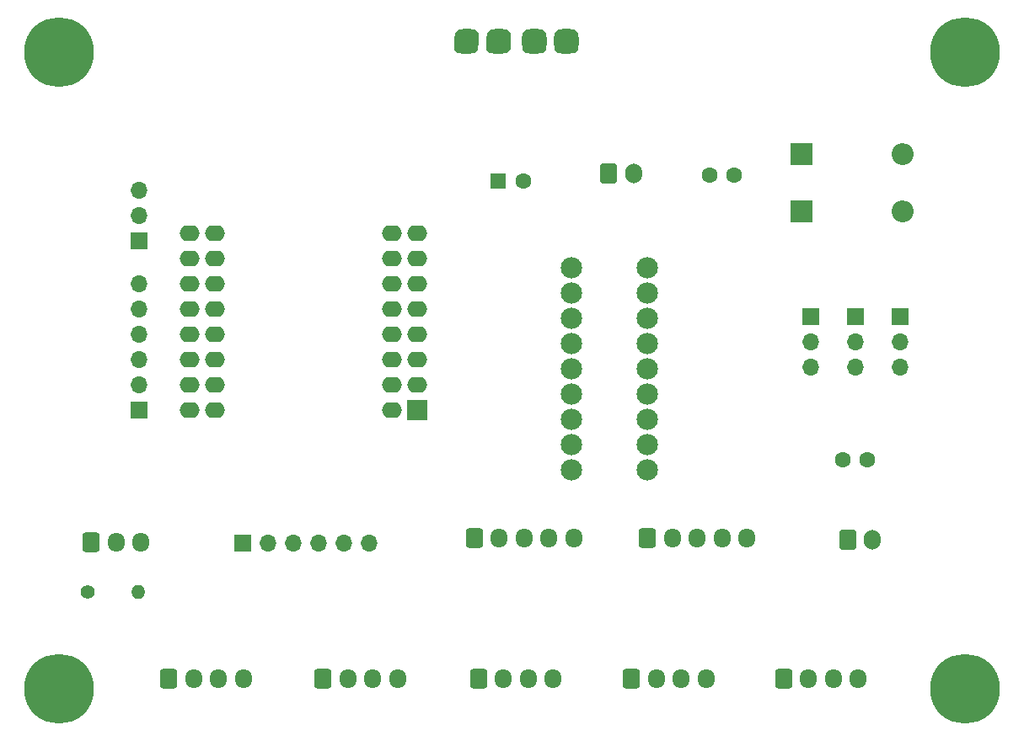
<source format=gbr>
%TF.GenerationSoftware,KiCad,Pcbnew,7.0.8*%
%TF.CreationDate,2024-02-29T15:37:24+01:00*%
%TF.ProjectId,COXY-V2,434f5859-2d56-4322-9e6b-696361645f70,rev?*%
%TF.SameCoordinates,Original*%
%TF.FileFunction,Soldermask,Bot*%
%TF.FilePolarity,Negative*%
%FSLAX46Y46*%
G04 Gerber Fmt 4.6, Leading zero omitted, Abs format (unit mm)*
G04 Created by KiCad (PCBNEW 7.0.8) date 2024-02-29 15:37:24*
%MOMM*%
%LPD*%
G01*
G04 APERTURE LIST*
G04 Aperture macros list*
%AMRoundRect*
0 Rectangle with rounded corners*
0 $1 Rounding radius*
0 $2 $3 $4 $5 $6 $7 $8 $9 X,Y pos of 4 corners*
0 Add a 4 corners polygon primitive as box body*
4,1,4,$2,$3,$4,$5,$6,$7,$8,$9,$2,$3,0*
0 Add four circle primitives for the rounded corners*
1,1,$1+$1,$2,$3*
1,1,$1+$1,$4,$5*
1,1,$1+$1,$6,$7*
1,1,$1+$1,$8,$9*
0 Add four rect primitives between the rounded corners*
20,1,$1+$1,$2,$3,$4,$5,0*
20,1,$1+$1,$4,$5,$6,$7,0*
20,1,$1+$1,$6,$7,$8,$9,0*
20,1,$1+$1,$8,$9,$2,$3,0*%
G04 Aperture macros list end*
%ADD10C,2.134400*%
%ADD11O,2.000000X1.600000*%
%ADD12R,2.000000X2.000000*%
%ADD13O,1.400000X1.400000*%
%ADD14C,1.400000*%
%ADD15RoundRect,0.250000X-0.600000X-0.750000X0.600000X-0.750000X0.600000X0.750000X-0.600000X0.750000X0*%
%ADD16O,1.700000X2.000000*%
%ADD17O,1.700000X1.950000*%
%ADD18RoundRect,0.250000X-0.600000X-0.725000X0.600000X-0.725000X0.600000X0.725000X-0.600000X0.725000X0*%
%ADD19O,1.700000X1.700000*%
%ADD20R,1.700000X1.700000*%
%ADD21C,1.600000*%
%ADD22R,1.600000X1.600000*%
%ADD23C,7.000000*%
%ADD24O,2.200000X2.200000*%
%ADD25R,2.200000X2.200000*%
G04 APERTURE END LIST*
%TO.C,4pad_2*%
G36*
X145007980Y-29669169D02*
G01*
X145796960Y-29737756D01*
X146109409Y-30081921D01*
X146164789Y-30921126D01*
X146164633Y-31016431D01*
X146096046Y-31805411D01*
X145751882Y-32117859D01*
X144912676Y-32173239D01*
X144817372Y-32173083D01*
X144028392Y-32104497D01*
X143715943Y-31760332D01*
X143660563Y-30921126D01*
X143660719Y-30825822D01*
X143729306Y-30036842D01*
X144073470Y-29724394D01*
X144912676Y-29669014D01*
X145007980Y-29669169D01*
G37*
G36*
X148227698Y-29669169D02*
G01*
X149016679Y-29737756D01*
X149329127Y-30081921D01*
X149384507Y-30921126D01*
X149384351Y-31016431D01*
X149315764Y-31805411D01*
X148971600Y-32117859D01*
X148132394Y-32173239D01*
X148037090Y-32173083D01*
X147248110Y-32104497D01*
X146935661Y-31760332D01*
X146880282Y-30921126D01*
X146880437Y-30825822D01*
X146949024Y-30036842D01*
X147293189Y-29724394D01*
X148132394Y-29669014D01*
X148227698Y-29669169D01*
G37*
G36*
X151805163Y-29669169D02*
G01*
X152594143Y-29737756D01*
X152906592Y-30081921D01*
X152961972Y-30921126D01*
X152961816Y-31016431D01*
X152893229Y-31805411D01*
X152549065Y-32117859D01*
X151709859Y-32173239D01*
X151614555Y-32173083D01*
X150825575Y-32104497D01*
X150513126Y-31760332D01*
X150457746Y-30921126D01*
X150457902Y-30825822D01*
X150526489Y-30036842D01*
X150870653Y-29724394D01*
X151709859Y-29669014D01*
X151805163Y-29669169D01*
G37*
G36*
X155024882Y-29669169D02*
G01*
X155813862Y-29737756D01*
X156126310Y-30081921D01*
X156181690Y-30921126D01*
X156181534Y-31016431D01*
X156112948Y-31805411D01*
X155768783Y-32117859D01*
X154929577Y-32173239D01*
X154834273Y-32173083D01*
X154045293Y-32104497D01*
X153732845Y-31760332D01*
X153677465Y-30921126D01*
X153677620Y-30825822D01*
X153746207Y-30036842D01*
X154090372Y-29724394D01*
X154929577Y-29669014D01*
X155024882Y-29669169D01*
G37*
%TD*%
D10*
%TO.C,U1*%
X163100000Y-53680000D03*
X163100000Y-56220000D03*
X163100000Y-58760000D03*
X163100000Y-61300000D03*
X163100000Y-63840000D03*
X163100000Y-66380000D03*
X163100000Y-68920000D03*
X163100000Y-71460000D03*
X163100000Y-74000000D03*
X155480000Y-74000000D03*
X155480000Y-71460000D03*
X155480000Y-68920000D03*
X155480000Y-66380000D03*
X155480000Y-63840000D03*
X155480000Y-61300000D03*
X155480000Y-58760000D03*
X155480000Y-56220000D03*
X155480000Y-53680000D03*
%TD*%
D11*
%TO.C,S2-Mini-ESP32*%
X119680000Y-50220000D03*
X119680000Y-52760000D03*
X119680000Y-55300000D03*
X119680000Y-57840000D03*
X119680000Y-60380000D03*
X119680000Y-62920000D03*
X119680000Y-65460000D03*
X119680000Y-68000000D03*
X117140000Y-50220000D03*
X117140000Y-52760000D03*
X117140000Y-55300000D03*
X117140000Y-57840000D03*
X117140000Y-60380000D03*
X117140000Y-62920000D03*
X117140000Y-65460000D03*
X117140000Y-68000000D03*
X137460000Y-50220000D03*
X137460000Y-52760000D03*
X137460000Y-55300000D03*
X137460000Y-57840000D03*
X137460000Y-60380000D03*
X137460000Y-62920000D03*
X137460000Y-65460000D03*
X137460000Y-68000000D03*
X140000000Y-50220000D03*
X140000000Y-52760000D03*
X140000000Y-55300000D03*
X140000000Y-57840000D03*
X140000000Y-60380000D03*
X140000000Y-62920000D03*
X140000000Y-65460000D03*
D12*
X140000000Y-68000000D03*
%TD*%
D13*
%TO.C,R1*%
X111900000Y-86320000D03*
D14*
X106820000Y-86320000D03*
%TD*%
D15*
%TO.C,POWER*%
X159200000Y-44200000D03*
D16*
X161700000Y-44200000D03*
%TD*%
D17*
%TO.C,M2*%
X155700000Y-80900000D03*
X153200000Y-80900000D03*
X150700000Y-80900000D03*
X148200000Y-80900000D03*
D18*
X145700000Y-80900000D03*
%TD*%
D17*
%TO.C,M1*%
X173100000Y-80900000D03*
X170600000Y-80900000D03*
X168100000Y-80900000D03*
X165600000Y-80900000D03*
D18*
X163100000Y-80900000D03*
%TD*%
D19*
%TO.C,GND*%
X184000000Y-63680000D03*
X184000000Y-61140000D03*
D20*
X184000000Y-58600000D03*
%TD*%
D16*
%TO.C,END_SW*%
X185700000Y-81000000D03*
D15*
X183200000Y-81000000D03*
%TD*%
D17*
%TO.C,DS18D1*%
X112200000Y-81300000D03*
X109700000Y-81300000D03*
D18*
X107200000Y-81300000D03*
%TD*%
D21*
%TO.C,C3 0.1uF*%
X185200000Y-73000000D03*
X182700000Y-73000000D03*
%TD*%
%TO.C,C1 10uF*%
X150600000Y-45000000D03*
D22*
X148100000Y-45000000D03*
%TD*%
D21*
%TO.C,C2 0.1uF*%
X171800000Y-44400000D03*
X169300000Y-44400000D03*
%TD*%
D19*
%TO.C,15 38 40*%
X112000000Y-45945000D03*
X112000000Y-48485000D03*
D20*
X112000000Y-51025000D03*
%TD*%
D19*
%TO.C,9 10 11 12 13 14*%
X135120000Y-81400000D03*
X132580000Y-81400000D03*
X130040000Y-81400000D03*
X127500000Y-81400000D03*
X124960000Y-81400000D03*
D20*
X122420000Y-81400000D03*
%TD*%
D19*
%TO.C,39 37 35 33 18 16*%
X112000000Y-55300000D03*
X112000000Y-57840000D03*
X112000000Y-60380000D03*
X112000000Y-62920000D03*
X112000000Y-65460000D03*
D20*
X112000000Y-68000000D03*
%TD*%
D19*
%TO.C,5V*%
X179500000Y-63665000D03*
X179500000Y-61125000D03*
D20*
X179500000Y-58585000D03*
%TD*%
D19*
%TO.C,3_3V*%
X188500000Y-63680000D03*
X188500000Y-61140000D03*
D20*
X188500000Y-58600000D03*
%TD*%
D17*
%TO.C,I2C_1*%
X122500000Y-95000000D03*
X120000000Y-95000000D03*
X117500000Y-95000000D03*
D18*
X115000000Y-95000000D03*
%TD*%
D23*
%TO.C,H2*%
X195000000Y-32000000D03*
%TD*%
D17*
%TO.C,I2C_5*%
X184250000Y-95000000D03*
X181750000Y-95000000D03*
X179250000Y-95000000D03*
D18*
X176750000Y-95000000D03*
%TD*%
D23*
%TO.C,H3*%
X104000000Y-96000000D03*
%TD*%
%TO.C,H1*%
X104000000Y-32000000D03*
%TD*%
D17*
%TO.C,I2C_2*%
X138000000Y-95000000D03*
X135500000Y-95000000D03*
X133000000Y-95000000D03*
D18*
X130500000Y-95000000D03*
%TD*%
D17*
%TO.C,I2C_4*%
X169000000Y-95000000D03*
X166500000Y-95000000D03*
X164000000Y-95000000D03*
D18*
X161500000Y-95000000D03*
%TD*%
D24*
%TO.C,D2*%
X188750000Y-48000000D03*
D25*
X178590000Y-48000000D03*
%TD*%
D23*
%TO.C,H4*%
X195000000Y-96000000D03*
%TD*%
D24*
%TO.C,D1*%
X188750000Y-42250000D03*
D25*
X178590000Y-42250000D03*
%TD*%
D17*
%TO.C,I2C_3*%
X153600000Y-95000000D03*
X151100000Y-95000000D03*
X148600000Y-95000000D03*
D18*
X146100000Y-95000000D03*
%TD*%
M02*

</source>
